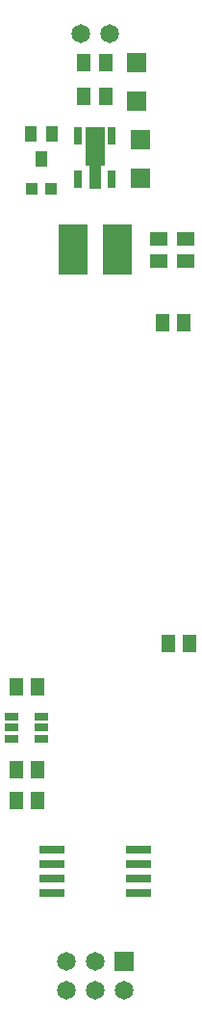
<source format=gbs>
%FSLAX34Y34*%
G04 Gerber Fmt 3.4, Leading zero omitted, Abs format*
G04 (created by PCBNEW (2014-05-27 BZR 4891)-product) date Wed 28 May 2014 06:52:20 AM CEST*
%MOIN*%
G01*
G70*
G90*
G04 APERTURE LIST*
%ADD10C,0.005906*%
%ADD11R,0.065000X0.065000*%
%ADD12C,0.065000*%
%ADD13R,0.059000X0.051100*%
%ADD14R,0.098400X0.177200*%
%ADD15R,0.051100X0.059000*%
%ADD16R,0.070866X0.070866*%
%ADD17R,0.039370X0.055118*%
%ADD18R,0.086614X0.027559*%
%ADD19R,0.039300X0.043300*%
%ADD20R,0.049213X0.025591*%
%ADD21R,0.027600X0.063000*%
%ADD22R,0.039400X0.086600*%
%ADD23R,0.070866X0.133858*%
G04 APERTURE END LIST*
G54D10*
G54D11*
X28952Y-51389D03*
G54D12*
X28952Y-52389D03*
X27952Y-51389D03*
X27952Y-52389D03*
X26952Y-51389D03*
X26952Y-52389D03*
G54D13*
X30157Y-26397D03*
X30157Y-27145D03*
G54D14*
X28719Y-26771D03*
X27185Y-26771D03*
G54D15*
X28326Y-20275D03*
X27578Y-20275D03*
X25964Y-41889D03*
X25216Y-41889D03*
X25964Y-45826D03*
X25216Y-45826D03*
X25964Y-44763D03*
X25216Y-44763D03*
X28326Y-21456D03*
X27578Y-21456D03*
G54D16*
X29527Y-24291D03*
X29527Y-22952D03*
G54D17*
X25728Y-22755D03*
X26476Y-22755D03*
X26102Y-23622D03*
G54D18*
X29452Y-47517D03*
X29452Y-48017D03*
X29452Y-48517D03*
X29452Y-49017D03*
X26452Y-49017D03*
X26452Y-48517D03*
X26452Y-48017D03*
X26452Y-47517D03*
G54D19*
X25768Y-24645D03*
X26436Y-24645D03*
G54D20*
X25078Y-43681D03*
X25078Y-43307D03*
X25078Y-42933D03*
X26102Y-42933D03*
X26102Y-43681D03*
X26102Y-43307D03*
G54D21*
X28543Y-24330D03*
G54D22*
X27952Y-24212D03*
G54D21*
X27361Y-24330D03*
X27361Y-22834D03*
X28543Y-22834D03*
G54D23*
X27952Y-23188D03*
G54D15*
X30295Y-29291D03*
X31043Y-29291D03*
X30492Y-40393D03*
X31240Y-40393D03*
G54D13*
X31102Y-26397D03*
X31102Y-27145D03*
G54D12*
X28452Y-19291D03*
X27452Y-19291D03*
G54D16*
X29409Y-20275D03*
X29409Y-21614D03*
M02*

</source>
